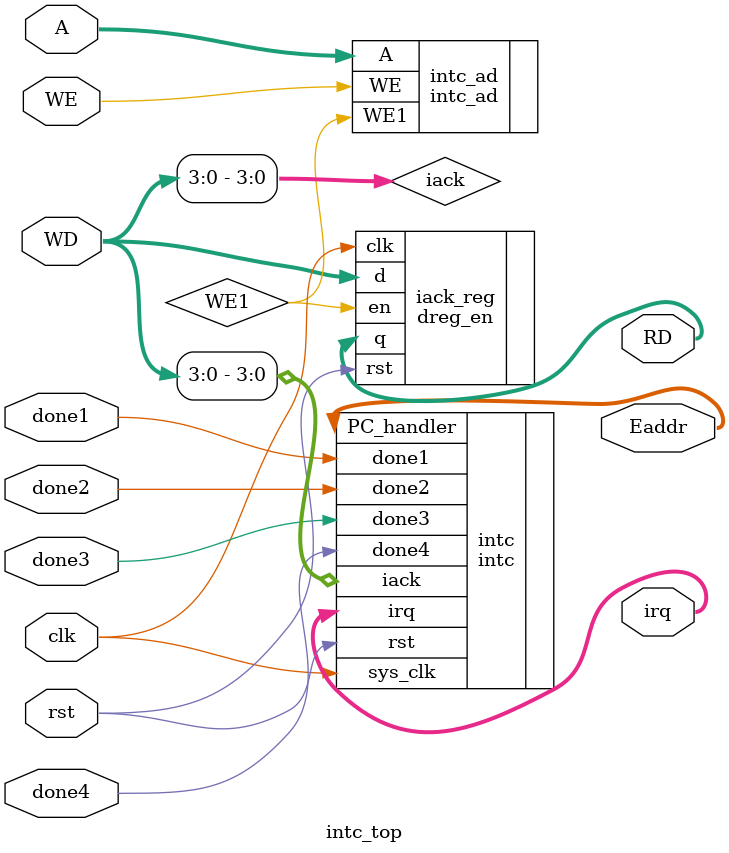
<source format=v>
`timescale 1ns / 1ps

module intc_top(
  input [1:0] A, //ADDRESS PORT
  input rst, clk, WE,
  input [31:0] WD,
  input done1, done2, done3, done4, //connections go into intc
  //input iack [3:0],//connections go into intc
  
  output [31:0] Eaddr,
  output [3:0] irq,
  output [31:0] RD  //iack_reg output to MIPS
);
 
 wire WE1;
 wire [3:0] iack; 
 wire [31:0] iack_out;
 assign iack = WD[3:0];

  
//Add instances of all modules used in the design

//address decoder for intc
 intc_ad intc_ad(
    .A(A), //3b  connects A of intc_ad to module in this file intc_top
    .WE(WE),//1b
    .WE1(WE1)//IACK 1b
    
    //.RdSel(RdSel)   //3b
  );

//route signals from wrapper directly to INTC
  intc intc (
      //.INTC module external module port (internal module relative to intc_top)
      .sys_clk (clk),
      .rst (rst),
      .iack (WD[3:0]),
      .done1 (done1),
      .done2 (done2),
      .done3 (done3),
      .done4 (done4),
      .PC_handler (Eaddr),
      .irq (irq)

  );
  

//memory map from helper.v
  dreg_en iack_reg(
    .clk(clk),
    .rst(rst),
    .en(WE1),
    .d(WD),
    .q(RD)
  );
  
   //assign RD = iack_out;


  /*mux4 #32 mux_4_1(
    .sel(RdSel),
    .a({28'b0, n}),
    .b({31'b0, Go}),
    .c({30'b0, ResErr, ResDone}),
    .d(Result),
    .y(RD)
  );*/

endmodule

</source>
